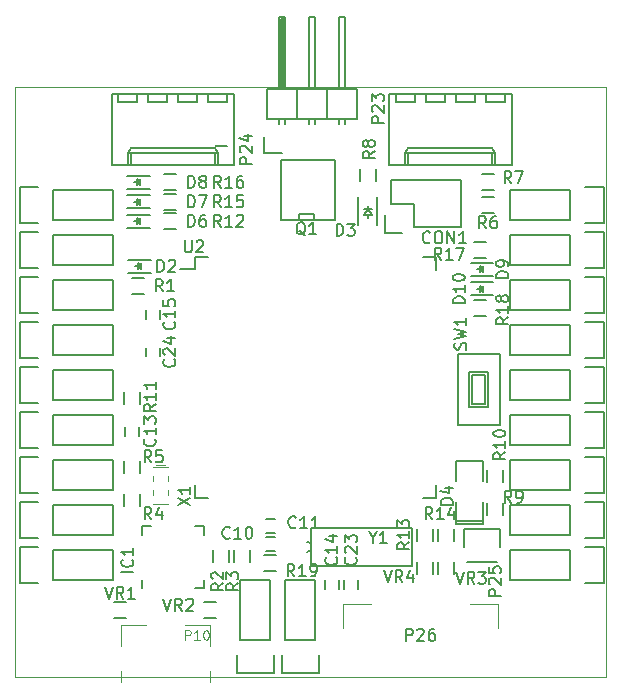
<source format=gto>
G04 #@! TF.FileFunction,Legend,Top*
%FSLAX46Y46*%
G04 Gerber Fmt 4.6, Leading zero omitted, Abs format (unit mm)*
G04 Created by KiCad (PCBNEW 4.0.2-stable) date 22/09/2016 0:52:13*
%MOMM*%
G01*
G04 APERTURE LIST*
%ADD10C,0.100000*%
%ADD11C,0.150000*%
%ADD12C,0.080000*%
%ADD13R,0.800000X0.750000*%
%ADD14R,0.750000X0.800000*%
%ADD15R,1.350000X1.350000*%
%ADD16C,1.350000*%
%ADD17R,0.797560X0.797560*%
%ADD18R,0.450000X0.590000*%
%ADD19R,2.032000X1.524000*%
%ADD20O,0.300000X0.850000*%
%ADD21O,0.850000X0.300000*%
%ADD22R,1.675000X1.675000*%
%ADD23R,1.727200X2.032000*%
%ADD24O,1.727200X2.032000*%
%ADD25R,0.400000X1.400000*%
%ADD26R,1.800000X1.900000*%
%ADD27R,2.300000X1.900000*%
%ADD28R,2.032000X1.727200*%
%ADD29O,2.032000X1.727200*%
%ADD30R,2.000000X2.600000*%
%ADD31O,2.000000X2.600000*%
%ADD32R,2.235200X2.235200*%
%ADD33R,1.120000X2.880000*%
%ADD34C,3.000000*%
%ADD35R,1.143000X0.508000*%
%ADD36R,0.500000X0.900000*%
%ADD37R,0.900000X0.500000*%
%ADD38R,1.600000X2.180000*%
%ADD39R,1.550000X0.300000*%
%ADD40R,0.300000X1.550000*%
%ADD41R,2.000000X0.600000*%
%ADD42C,1.000760*%
%ADD43C,3.200000*%
G04 APERTURE END LIST*
D10*
X0Y50000000D02*
X0Y0D01*
X50000000Y50000000D02*
X0Y50000000D01*
X50000000Y0D02*
X50000000Y50000000D01*
X0Y0D02*
X50000000Y0D01*
D11*
X21940000Y10703000D02*
X21240000Y10703000D01*
X21240000Y11903000D02*
X21940000Y11903000D01*
X21940000Y12227000D02*
X21240000Y12227000D01*
X21240000Y13427000D02*
X21940000Y13427000D01*
X10506000Y21178000D02*
X10506000Y20478000D01*
X9306000Y20478000D02*
X9306000Y21178000D01*
X27397000Y8224000D02*
X27397000Y7524000D01*
X26197000Y7524000D02*
X26197000Y8224000D01*
X11084000Y30384000D02*
X11084000Y31084000D01*
X12284000Y31084000D02*
X12284000Y30384000D01*
X29048000Y8224000D02*
X29048000Y7524000D01*
X27848000Y7524000D02*
X27848000Y8224000D01*
X12284000Y27909000D02*
X12284000Y27209000D01*
X11084000Y27209000D02*
X11084000Y27909000D01*
X33766000Y38116000D02*
X33766000Y40116000D01*
X33766000Y40116000D02*
X31766000Y40116000D01*
X31766000Y40116000D02*
X31766000Y42116000D01*
X31766000Y42116000D02*
X33766000Y42116000D01*
X33766000Y42116000D02*
X37766000Y42116000D01*
X37766000Y42116000D02*
X37766000Y38116000D01*
X37766000Y38116000D02*
X33766000Y38116000D01*
X32766000Y37616000D02*
X31266000Y37616000D01*
X31266000Y37616000D02*
X31266000Y39116000D01*
X11450500Y35348000D02*
X9550500Y35348000D01*
X11450500Y34248000D02*
X9550500Y34248000D01*
X10550500Y34798000D02*
X10100500Y34798000D01*
X10600500Y34548000D02*
X10600500Y35048000D01*
X10600500Y34798000D02*
X10350500Y34548000D01*
X10350500Y34548000D02*
X10350500Y35048000D01*
X10350500Y35048000D02*
X10600500Y34798000D01*
X29845000Y39120000D02*
X29845000Y38870000D01*
X29845000Y39620000D02*
X29845000Y39870000D01*
X29845000Y39620000D02*
X30195000Y39120000D01*
X30195000Y39120000D02*
X29495000Y39120000D01*
X29495000Y39120000D02*
X29845000Y39620000D01*
X30195000Y39620000D02*
X29495000Y39620000D01*
X29045000Y40670000D02*
X29045000Y38270000D01*
X30645000Y40670000D02*
X30645000Y38270000D01*
X37338000Y13208000D02*
X37338000Y12954000D01*
X37338000Y12954000D02*
X39624000Y12954000D01*
X39624000Y12954000D02*
X39624000Y13208000D01*
X37338000Y13208000D02*
X39624000Y13208000D01*
X39624000Y13208000D02*
X39624000Y14859000D01*
X37338000Y16637000D02*
X37338000Y18288000D01*
X37338000Y18288000D02*
X39624000Y18288000D01*
X39624000Y18288000D02*
X39624000Y16637000D01*
X37338000Y14859000D02*
X37338000Y13208000D01*
X11387000Y39158000D02*
X9487000Y39158000D01*
X11387000Y38058000D02*
X9487000Y38058000D01*
X10487000Y38608000D02*
X10037000Y38608000D01*
X10537000Y38358000D02*
X10537000Y38858000D01*
X10537000Y38608000D02*
X10287000Y38358000D01*
X10287000Y38358000D02*
X10287000Y38858000D01*
X10287000Y38858000D02*
X10537000Y38608000D01*
X11387000Y40809000D02*
X9487000Y40809000D01*
X11387000Y39709000D02*
X9487000Y39709000D01*
X10487000Y40259000D02*
X10037000Y40259000D01*
X10537000Y40009000D02*
X10537000Y40509000D01*
X10537000Y40259000D02*
X10287000Y40009000D01*
X10287000Y40009000D02*
X10287000Y40509000D01*
X10287000Y40509000D02*
X10537000Y40259000D01*
X11387000Y42460000D02*
X9487000Y42460000D01*
X11387000Y41360000D02*
X9487000Y41360000D01*
X10487000Y41910000D02*
X10037000Y41910000D01*
X10537000Y41660000D02*
X10537000Y42160000D01*
X10537000Y41910000D02*
X10287000Y41660000D01*
X10287000Y41660000D02*
X10287000Y42160000D01*
X10287000Y42160000D02*
X10537000Y41910000D01*
X40470000Y35094000D02*
X38570000Y35094000D01*
X40470000Y33994000D02*
X38570000Y33994000D01*
X39570000Y34544000D02*
X39120000Y34544000D01*
X39620000Y34294000D02*
X39620000Y34794000D01*
X39620000Y34544000D02*
X39370000Y34294000D01*
X39370000Y34294000D02*
X39370000Y34794000D01*
X39370000Y34794000D02*
X39620000Y34544000D01*
X40470000Y33443000D02*
X38570000Y33443000D01*
X40470000Y32343000D02*
X38570000Y32343000D01*
X39570000Y32893000D02*
X39120000Y32893000D01*
X39620000Y32643000D02*
X39620000Y33143000D01*
X39620000Y32893000D02*
X39370000Y32643000D01*
X39370000Y32643000D02*
X39370000Y33143000D01*
X39370000Y33143000D02*
X39620000Y32893000D01*
X10710000Y12785000D02*
X11460000Y12785000D01*
X15960000Y7535000D02*
X15210000Y7535000D01*
X15960000Y12785000D02*
X15210000Y12785000D01*
X10710000Y7535000D02*
X10710000Y8285000D01*
X15960000Y7535000D02*
X15960000Y8285000D01*
X15960000Y12785000D02*
X15960000Y12035000D01*
X10710000Y12785000D02*
X10710000Y12035000D01*
X21056000Y44420000D02*
X22606000Y44420000D01*
X21056000Y45720000D02*
X21056000Y44420000D01*
X22479000Y49911000D02*
X22479000Y55753000D01*
X22479000Y55753000D02*
X22733000Y55753000D01*
X22733000Y55753000D02*
X22733000Y49911000D01*
X22733000Y49911000D02*
X22606000Y49911000D01*
X22606000Y49911000D02*
X22606000Y55753000D01*
X22352000Y47244000D02*
X22352000Y46863000D01*
X22860000Y47244000D02*
X22860000Y46863000D01*
X24892000Y47244000D02*
X24892000Y46863000D01*
X25400000Y47244000D02*
X25400000Y46863000D01*
X27432000Y47244000D02*
X27432000Y46863000D01*
X27940000Y47244000D02*
X27940000Y46863000D01*
X23876000Y49784000D02*
X21336000Y49784000D01*
X22860000Y55880000D02*
X22860000Y49784000D01*
X22352000Y55880000D02*
X22860000Y55880000D01*
X22352000Y49784000D02*
X22352000Y55880000D01*
X23876000Y47244000D02*
X23876000Y49784000D01*
X21336000Y47244000D02*
X23876000Y47244000D01*
X21336000Y47244000D02*
X21336000Y49784000D01*
X26416000Y47244000D02*
X26416000Y49784000D01*
X26416000Y47244000D02*
X28956000Y47244000D01*
X27432000Y49784000D02*
X27432000Y55880000D01*
X27432000Y55880000D02*
X27940000Y55880000D01*
X27940000Y55880000D02*
X27940000Y49784000D01*
X28956000Y49784000D02*
X26416000Y49784000D01*
X26416000Y49784000D02*
X23876000Y49784000D01*
X25400000Y55880000D02*
X25400000Y49784000D01*
X24892000Y55880000D02*
X25400000Y55880000D01*
X24892000Y49784000D02*
X24892000Y55880000D01*
X26416000Y47244000D02*
X26416000Y49784000D01*
X23876000Y47244000D02*
X26416000Y47244000D01*
X23876000Y47244000D02*
X23876000Y49784000D01*
X28956000Y47244000D02*
X28956000Y49784000D01*
X3175000Y38735000D02*
X8255000Y38735000D01*
X8255000Y38735000D02*
X8255000Y41275000D01*
X8255000Y41275000D02*
X3175000Y41275000D01*
X355000Y41555000D02*
X1905000Y41555000D01*
X3175000Y41275000D02*
X3175000Y38735000D01*
X1905000Y38455000D02*
X355000Y38455000D01*
X355000Y38455000D02*
X355000Y41555000D01*
X3175000Y34925000D02*
X8255000Y34925000D01*
X8255000Y34925000D02*
X8255000Y37465000D01*
X8255000Y37465000D02*
X3175000Y37465000D01*
X355000Y37745000D02*
X1905000Y37745000D01*
X3175000Y37465000D02*
X3175000Y34925000D01*
X1905000Y34645000D02*
X355000Y34645000D01*
X355000Y34645000D02*
X355000Y37745000D01*
X3175000Y31115000D02*
X8255000Y31115000D01*
X8255000Y31115000D02*
X8255000Y33655000D01*
X8255000Y33655000D02*
X3175000Y33655000D01*
X355000Y33935000D02*
X1905000Y33935000D01*
X3175000Y33655000D02*
X3175000Y31115000D01*
X1905000Y30835000D02*
X355000Y30835000D01*
X355000Y30835000D02*
X355000Y33935000D01*
X3175000Y27305000D02*
X8255000Y27305000D01*
X8255000Y27305000D02*
X8255000Y29845000D01*
X8255000Y29845000D02*
X3175000Y29845000D01*
X355000Y30125000D02*
X1905000Y30125000D01*
X3175000Y29845000D02*
X3175000Y27305000D01*
X1905000Y27025000D02*
X355000Y27025000D01*
X355000Y27025000D02*
X355000Y30125000D01*
X3175000Y23495000D02*
X8255000Y23495000D01*
X8255000Y23495000D02*
X8255000Y26035000D01*
X8255000Y26035000D02*
X3175000Y26035000D01*
X355000Y26315000D02*
X1905000Y26315000D01*
X3175000Y26035000D02*
X3175000Y23495000D01*
X1905000Y23215000D02*
X355000Y23215000D01*
X355000Y23215000D02*
X355000Y26315000D01*
X3175000Y19685000D02*
X8255000Y19685000D01*
X8255000Y19685000D02*
X8255000Y22225000D01*
X8255000Y22225000D02*
X3175000Y22225000D01*
X355000Y22505000D02*
X1905000Y22505000D01*
X3175000Y22225000D02*
X3175000Y19685000D01*
X1905000Y19405000D02*
X355000Y19405000D01*
X355000Y19405000D02*
X355000Y22505000D01*
X3175000Y15875000D02*
X8255000Y15875000D01*
X8255000Y15875000D02*
X8255000Y18415000D01*
X8255000Y18415000D02*
X3175000Y18415000D01*
X355000Y18695000D02*
X1905000Y18695000D01*
X3175000Y18415000D02*
X3175000Y15875000D01*
X1905000Y15595000D02*
X355000Y15595000D01*
X355000Y15595000D02*
X355000Y18695000D01*
X3175000Y12065000D02*
X8255000Y12065000D01*
X8255000Y12065000D02*
X8255000Y14605000D01*
X8255000Y14605000D02*
X3175000Y14605000D01*
X355000Y14885000D02*
X1905000Y14885000D01*
X3175000Y14605000D02*
X3175000Y12065000D01*
X1905000Y11785000D02*
X355000Y11785000D01*
X355000Y11785000D02*
X355000Y14885000D01*
D12*
X16446500Y508000D02*
X16446500Y-381000D01*
X8953500Y508000D02*
X8953500Y-381000D01*
X8953500Y4445000D02*
X8953500Y2667000D01*
X8953500Y4445000D02*
X11049000Y4445000D01*
X16446500Y4445000D02*
X16446500Y2667000D01*
X16446500Y4445000D02*
X14351000Y4445000D01*
D11*
X3175000Y8255000D02*
X8255000Y8255000D01*
X8255000Y8255000D02*
X8255000Y10795000D01*
X8255000Y10795000D02*
X3175000Y10795000D01*
X355000Y11075000D02*
X1905000Y11075000D01*
X3175000Y10795000D02*
X3175000Y8255000D01*
X1905000Y7975000D02*
X355000Y7975000D01*
X355000Y7975000D02*
X355000Y11075000D01*
X21590000Y3175000D02*
X21590000Y8255000D01*
X21590000Y8255000D02*
X19050000Y8255000D01*
X19050000Y8255000D02*
X19050000Y3175000D01*
X18770000Y355000D02*
X18770000Y1905000D01*
X19050000Y3175000D02*
X21590000Y3175000D01*
X21870000Y1905000D02*
X21870000Y355000D01*
X21870000Y355000D02*
X18770000Y355000D01*
X25400000Y3175000D02*
X25400000Y8255000D01*
X25400000Y8255000D02*
X22860000Y8255000D01*
X22860000Y8255000D02*
X22860000Y3175000D01*
X22580000Y355000D02*
X22580000Y1905000D01*
X22860000Y3175000D02*
X25400000Y3175000D01*
X25680000Y1905000D02*
X25680000Y355000D01*
X25680000Y355000D02*
X22580000Y355000D01*
X46990000Y10795000D02*
X41910000Y10795000D01*
X41910000Y10795000D02*
X41910000Y8255000D01*
X41910000Y8255000D02*
X46990000Y8255000D01*
X49810000Y7975000D02*
X48260000Y7975000D01*
X46990000Y8255000D02*
X46990000Y10795000D01*
X48260000Y11075000D02*
X49810000Y11075000D01*
X49810000Y11075000D02*
X49810000Y7975000D01*
X46990000Y14605000D02*
X41910000Y14605000D01*
X41910000Y14605000D02*
X41910000Y12065000D01*
X41910000Y12065000D02*
X46990000Y12065000D01*
X49810000Y11785000D02*
X48260000Y11785000D01*
X46990000Y12065000D02*
X46990000Y14605000D01*
X48260000Y14885000D02*
X49810000Y14885000D01*
X49810000Y14885000D02*
X49810000Y11785000D01*
X46990000Y18415000D02*
X41910000Y18415000D01*
X41910000Y18415000D02*
X41910000Y15875000D01*
X41910000Y15875000D02*
X46990000Y15875000D01*
X49810000Y15595000D02*
X48260000Y15595000D01*
X46990000Y15875000D02*
X46990000Y18415000D01*
X48260000Y18695000D02*
X49810000Y18695000D01*
X49810000Y18695000D02*
X49810000Y15595000D01*
X46990000Y22225000D02*
X41910000Y22225000D01*
X41910000Y22225000D02*
X41910000Y19685000D01*
X41910000Y19685000D02*
X46990000Y19685000D01*
X49810000Y19405000D02*
X48260000Y19405000D01*
X46990000Y19685000D02*
X46990000Y22225000D01*
X48260000Y22505000D02*
X49810000Y22505000D01*
X49810000Y22505000D02*
X49810000Y19405000D01*
X46990000Y26035000D02*
X41910000Y26035000D01*
X41910000Y26035000D02*
X41910000Y23495000D01*
X41910000Y23495000D02*
X46990000Y23495000D01*
X49810000Y23215000D02*
X48260000Y23215000D01*
X46990000Y23495000D02*
X46990000Y26035000D01*
X48260000Y26315000D02*
X49810000Y26315000D01*
X49810000Y26315000D02*
X49810000Y23215000D01*
X46990000Y29845000D02*
X41910000Y29845000D01*
X41910000Y29845000D02*
X41910000Y27305000D01*
X41910000Y27305000D02*
X46990000Y27305000D01*
X49810000Y27025000D02*
X48260000Y27025000D01*
X46990000Y27305000D02*
X46990000Y29845000D01*
X48260000Y30125000D02*
X49810000Y30125000D01*
X49810000Y30125000D02*
X49810000Y27025000D01*
X46990000Y33655000D02*
X41910000Y33655000D01*
X41910000Y33655000D02*
X41910000Y31115000D01*
X41910000Y31115000D02*
X46990000Y31115000D01*
X49810000Y30835000D02*
X48260000Y30835000D01*
X46990000Y31115000D02*
X46990000Y33655000D01*
X48260000Y33935000D02*
X49810000Y33935000D01*
X49810000Y33935000D02*
X49810000Y30835000D01*
X46990000Y37465000D02*
X41910000Y37465000D01*
X41910000Y37465000D02*
X41910000Y34925000D01*
X41910000Y34925000D02*
X46990000Y34925000D01*
X49810000Y34645000D02*
X48260000Y34645000D01*
X46990000Y34925000D02*
X46990000Y37465000D01*
X48260000Y37745000D02*
X49810000Y37745000D01*
X49810000Y37745000D02*
X49810000Y34645000D01*
X46990000Y41275000D02*
X41910000Y41275000D01*
X41910000Y41275000D02*
X41910000Y38735000D01*
X41910000Y38735000D02*
X46990000Y38735000D01*
X49810000Y38455000D02*
X48260000Y38455000D01*
X46990000Y38735000D02*
X46990000Y41275000D01*
X48260000Y41555000D02*
X49810000Y41555000D01*
X49810000Y41555000D02*
X49810000Y38455000D01*
X31650000Y49375000D02*
X31650000Y43375000D01*
X31650000Y43375000D02*
X42010000Y43375000D01*
X42010000Y43375000D02*
X42010000Y49375000D01*
X42010000Y49375000D02*
X31650000Y49375000D01*
X33020000Y43375000D02*
X33020000Y44375000D01*
X33020000Y44375000D02*
X40640000Y44375000D01*
X40640000Y44375000D02*
X40640000Y43375000D01*
X33020000Y44375000D02*
X33270000Y44805000D01*
X33270000Y44805000D02*
X40390000Y44805000D01*
X40390000Y44805000D02*
X40640000Y44375000D01*
X33270000Y43375000D02*
X33270000Y44375000D01*
X40390000Y43375000D02*
X40390000Y44375000D01*
X32220000Y49375000D02*
X32220000Y48755000D01*
X32220000Y48755000D02*
X33820000Y48755000D01*
X33820000Y48755000D02*
X33820000Y49375000D01*
X34760000Y49375000D02*
X34760000Y48755000D01*
X34760000Y48755000D02*
X36360000Y48755000D01*
X36360000Y48755000D02*
X36360000Y49375000D01*
X37300000Y49375000D02*
X37300000Y48755000D01*
X37300000Y48755000D02*
X38900000Y48755000D01*
X38900000Y48755000D02*
X38900000Y49375000D01*
X39840000Y49375000D02*
X39840000Y48755000D01*
X39840000Y48755000D02*
X41440000Y48755000D01*
X41440000Y48755000D02*
X41440000Y49375000D01*
X8155000Y49375000D02*
X8155000Y43375000D01*
X8155000Y43375000D02*
X18515000Y43375000D01*
X18515000Y43375000D02*
X18515000Y49375000D01*
X18515000Y49375000D02*
X8155000Y49375000D01*
X9525000Y43375000D02*
X9525000Y44375000D01*
X9525000Y44375000D02*
X17145000Y44375000D01*
X17145000Y44375000D02*
X17145000Y43375000D01*
X9525000Y44375000D02*
X9775000Y44805000D01*
X9775000Y44805000D02*
X16895000Y44805000D01*
X16895000Y44805000D02*
X17145000Y44375000D01*
X9775000Y43375000D02*
X9775000Y44375000D01*
X16895000Y43375000D02*
X16895000Y44375000D01*
X8725000Y49375000D02*
X8725000Y48755000D01*
X8725000Y48755000D02*
X10325000Y48755000D01*
X10325000Y48755000D02*
X10325000Y49375000D01*
X11265000Y49375000D02*
X11265000Y48755000D01*
X11265000Y48755000D02*
X12865000Y48755000D01*
X12865000Y48755000D02*
X12865000Y49375000D01*
X13805000Y49375000D02*
X13805000Y48755000D01*
X13805000Y48755000D02*
X15405000Y48755000D01*
X15405000Y48755000D02*
X15405000Y49375000D01*
X16345000Y49375000D02*
X16345000Y48755000D01*
X16345000Y48755000D02*
X17945000Y48755000D01*
X17945000Y48755000D02*
X17945000Y49375000D01*
X41047000Y12599000D02*
X41047000Y11049000D01*
X37947000Y11049000D02*
X37947000Y12599000D01*
X37947000Y12599000D02*
X41047000Y12599000D01*
X38227000Y9779000D02*
X40767000Y9779000D01*
D12*
X40830500Y6223000D02*
X40830500Y4191000D01*
X30099000Y6223000D02*
X27749500Y6223000D01*
X27749500Y6223000D02*
X27749500Y4191000D01*
X40830500Y6223000D02*
X38481000Y6223000D01*
D11*
X22479000Y38735000D02*
X22479000Y43815000D01*
X22479000Y43815000D02*
X27051000Y43815000D01*
X27051000Y43815000D02*
X27051000Y38735000D01*
X27051000Y38735000D02*
X22479000Y38735000D01*
X24003000Y38735000D02*
X24003000Y39243000D01*
X24003000Y39243000D02*
X25273000Y39243000D01*
X25273000Y39243000D02*
X25273000Y38735000D01*
X9850500Y33822000D02*
X10850500Y33822000D01*
X10850500Y32472000D02*
X9850500Y32472000D01*
X18074000Y10787000D02*
X18074000Y9787000D01*
X16724000Y9787000D02*
X16724000Y10787000D01*
X19852000Y10787000D02*
X19852000Y9787000D01*
X18502000Y9787000D02*
X18502000Y10787000D01*
X9231000Y14486000D02*
X9231000Y15486000D01*
X10581000Y15486000D02*
X10581000Y14486000D01*
X9231000Y17280000D02*
X9231000Y18280000D01*
X10581000Y18280000D02*
X10581000Y17280000D01*
X40505000Y39330000D02*
X39505000Y39330000D01*
X39505000Y40680000D02*
X40505000Y40680000D01*
X40505000Y41235000D02*
X39505000Y41235000D01*
X39505000Y42585000D02*
X40505000Y42585000D01*
X30520000Y43045000D02*
X30520000Y42045000D01*
X29170000Y42045000D02*
X29170000Y43045000D01*
X41315000Y14724000D02*
X41315000Y13724000D01*
X39965000Y13724000D02*
X39965000Y14724000D01*
X41315000Y17518000D02*
X41315000Y16518000D01*
X39965000Y16518000D02*
X39965000Y17518000D01*
X10581000Y24122000D02*
X10581000Y23122000D01*
X9231000Y23122000D02*
X9231000Y24122000D01*
X13581000Y37933000D02*
X12581000Y37933000D01*
X12581000Y39283000D02*
X13581000Y39283000D01*
X35346000Y12565000D02*
X35346000Y11565000D01*
X33996000Y11565000D02*
X33996000Y12565000D01*
X37124000Y12565000D02*
X37124000Y11565000D01*
X35774000Y11565000D02*
X35774000Y12565000D01*
X13581000Y39584000D02*
X12581000Y39584000D01*
X12581000Y40934000D02*
X13581000Y40934000D01*
X13581000Y41235000D02*
X12581000Y41235000D01*
X12581000Y42585000D02*
X13581000Y42585000D01*
X38870000Y36870000D02*
X39870000Y36870000D01*
X39870000Y35520000D02*
X38870000Y35520000D01*
X38870000Y31917000D02*
X39870000Y31917000D01*
X39870000Y30567000D02*
X38870000Y30567000D01*
X22090000Y8977000D02*
X21090000Y8977000D01*
X21090000Y10327000D02*
X22090000Y10327000D01*
X39793220Y25623890D02*
X39793220Y23123890D01*
X39793220Y23123890D02*
X38693220Y23123890D01*
X38693220Y23123890D02*
X38693220Y25623890D01*
X38693220Y25623890D02*
X39793220Y25623890D01*
X38443220Y25873890D02*
X38443220Y22873890D01*
X40043220Y25873890D02*
X40043220Y22873890D01*
X40043220Y22873890D02*
X38443220Y22873890D01*
X40043220Y25873890D02*
X38443220Y25873890D01*
X37493220Y27373890D02*
X37493220Y21373890D01*
X40993220Y27373890D02*
X40993220Y21373890D01*
X40993220Y27373890D02*
X37493220Y27373890D01*
X40993220Y21373890D02*
X37493220Y21373890D01*
X15225000Y35575000D02*
X15225000Y34600000D01*
X35575000Y35575000D02*
X35575000Y34525000D01*
X35575000Y15225000D02*
X35575000Y16275000D01*
X15225000Y15225000D02*
X15225000Y16275000D01*
X15225000Y35575000D02*
X16275000Y35575000D01*
X15225000Y15225000D02*
X16275000Y15225000D01*
X35575000Y15225000D02*
X34525000Y15225000D01*
X35575000Y35575000D02*
X34525000Y35575000D01*
X15225000Y34600000D02*
X13925000Y34600000D01*
X8390000Y6390000D02*
X9390000Y6390000D01*
X9390000Y5040000D02*
X8390000Y5040000D01*
X17010000Y5040000D02*
X16010000Y5040000D01*
X16010000Y6390000D02*
X17010000Y6390000D01*
X37124000Y9771000D02*
X37124000Y8771000D01*
X35774000Y8771000D02*
X35774000Y9771000D01*
X35346000Y9771000D02*
X35346000Y8771000D01*
X33996000Y8771000D02*
X33996000Y9771000D01*
D12*
X12700000Y17970500D02*
X11938000Y17970500D01*
X12954000Y17843500D02*
X11684000Y17843500D01*
X12954000Y14668500D02*
X11684000Y14668500D01*
X12954000Y15875000D02*
X12954000Y15430500D01*
X11684000Y17081500D02*
X11684000Y16637000D01*
X11684000Y15875000D02*
X11684000Y15430500D01*
X12954000Y17081500D02*
X12954000Y16637000D01*
D11*
X24998680Y9448800D02*
X33599120Y9448800D01*
X33599120Y9448800D02*
X33599120Y12649200D01*
X33599120Y12649200D02*
X24998680Y12649200D01*
X24998680Y11899900D02*
X24998680Y12649200D01*
X24998680Y10149840D02*
X24998680Y9448800D01*
X24998680Y11348720D02*
X24698960Y11447780D01*
X24998680Y10749280D02*
X24698960Y10650220D01*
X24998680Y10149840D02*
X24998680Y11948160D01*
X18153143Y11834857D02*
X18105524Y11787238D01*
X17962667Y11739619D01*
X17867429Y11739619D01*
X17724571Y11787238D01*
X17629333Y11882476D01*
X17581714Y11977714D01*
X17534095Y12168190D01*
X17534095Y12311048D01*
X17581714Y12501524D01*
X17629333Y12596762D01*
X17724571Y12692000D01*
X17867429Y12739619D01*
X17962667Y12739619D01*
X18105524Y12692000D01*
X18153143Y12644381D01*
X19105524Y11739619D02*
X18534095Y11739619D01*
X18819809Y11739619D02*
X18819809Y12739619D01*
X18724571Y12596762D01*
X18629333Y12501524D01*
X18534095Y12453905D01*
X19724571Y12739619D02*
X19819810Y12739619D01*
X19915048Y12692000D01*
X19962667Y12644381D01*
X20010286Y12549143D01*
X20057905Y12358667D01*
X20057905Y12120571D01*
X20010286Y11930095D01*
X19962667Y11834857D01*
X19915048Y11787238D01*
X19819810Y11739619D01*
X19724571Y11739619D01*
X19629333Y11787238D01*
X19581714Y11834857D01*
X19534095Y11930095D01*
X19486476Y12120571D01*
X19486476Y12358667D01*
X19534095Y12549143D01*
X19581714Y12644381D01*
X19629333Y12692000D01*
X19724571Y12739619D01*
X23741143Y12723857D02*
X23693524Y12676238D01*
X23550667Y12628619D01*
X23455429Y12628619D01*
X23312571Y12676238D01*
X23217333Y12771476D01*
X23169714Y12866714D01*
X23122095Y13057190D01*
X23122095Y13200048D01*
X23169714Y13390524D01*
X23217333Y13485762D01*
X23312571Y13581000D01*
X23455429Y13628619D01*
X23550667Y13628619D01*
X23693524Y13581000D01*
X23741143Y13533381D01*
X24693524Y12628619D02*
X24122095Y12628619D01*
X24407809Y12628619D02*
X24407809Y13628619D01*
X24312571Y13485762D01*
X24217333Y13390524D01*
X24122095Y13342905D01*
X25645905Y12628619D02*
X25074476Y12628619D01*
X25360190Y12628619D02*
X25360190Y13628619D01*
X25264952Y13485762D01*
X25169714Y13390524D01*
X25074476Y13342905D01*
X11787143Y20185143D02*
X11834762Y20137524D01*
X11882381Y19994667D01*
X11882381Y19899429D01*
X11834762Y19756571D01*
X11739524Y19661333D01*
X11644286Y19613714D01*
X11453810Y19566095D01*
X11310952Y19566095D01*
X11120476Y19613714D01*
X11025238Y19661333D01*
X10930000Y19756571D01*
X10882381Y19899429D01*
X10882381Y19994667D01*
X10930000Y20137524D01*
X10977619Y20185143D01*
X11882381Y21137524D02*
X11882381Y20566095D01*
X11882381Y20851809D02*
X10882381Y20851809D01*
X11025238Y20756571D01*
X11120476Y20661333D01*
X11168095Y20566095D01*
X10882381Y21470857D02*
X10882381Y22089905D01*
X11263333Y21756571D01*
X11263333Y21899429D01*
X11310952Y21994667D01*
X11358571Y22042286D01*
X11453810Y22089905D01*
X11691905Y22089905D01*
X11787143Y22042286D01*
X11834762Y21994667D01*
X11882381Y21899429D01*
X11882381Y21613714D01*
X11834762Y21518476D01*
X11787143Y21470857D01*
X27154143Y10152143D02*
X27201762Y10104524D01*
X27249381Y9961667D01*
X27249381Y9866429D01*
X27201762Y9723571D01*
X27106524Y9628333D01*
X27011286Y9580714D01*
X26820810Y9533095D01*
X26677952Y9533095D01*
X26487476Y9580714D01*
X26392238Y9628333D01*
X26297000Y9723571D01*
X26249381Y9866429D01*
X26249381Y9961667D01*
X26297000Y10104524D01*
X26344619Y10152143D01*
X27249381Y11104524D02*
X27249381Y10533095D01*
X27249381Y10818809D02*
X26249381Y10818809D01*
X26392238Y10723571D01*
X26487476Y10628333D01*
X26535095Y10533095D01*
X26582714Y11961667D02*
X27249381Y11961667D01*
X26201762Y11723571D02*
X26916048Y11485476D01*
X26916048Y12104524D01*
X13438143Y30091143D02*
X13485762Y30043524D01*
X13533381Y29900667D01*
X13533381Y29805429D01*
X13485762Y29662571D01*
X13390524Y29567333D01*
X13295286Y29519714D01*
X13104810Y29472095D01*
X12961952Y29472095D01*
X12771476Y29519714D01*
X12676238Y29567333D01*
X12581000Y29662571D01*
X12533381Y29805429D01*
X12533381Y29900667D01*
X12581000Y30043524D01*
X12628619Y30091143D01*
X13533381Y31043524D02*
X13533381Y30472095D01*
X13533381Y30757809D02*
X12533381Y30757809D01*
X12676238Y30662571D01*
X12771476Y30567333D01*
X12819095Y30472095D01*
X12533381Y31948286D02*
X12533381Y31472095D01*
X13009571Y31424476D01*
X12961952Y31472095D01*
X12914333Y31567333D01*
X12914333Y31805429D01*
X12961952Y31900667D01*
X13009571Y31948286D01*
X13104810Y31995905D01*
X13342905Y31995905D01*
X13438143Y31948286D01*
X13485762Y31900667D01*
X13533381Y31805429D01*
X13533381Y31567333D01*
X13485762Y31472095D01*
X13438143Y31424476D01*
X28805143Y10152143D02*
X28852762Y10104524D01*
X28900381Y9961667D01*
X28900381Y9866429D01*
X28852762Y9723571D01*
X28757524Y9628333D01*
X28662286Y9580714D01*
X28471810Y9533095D01*
X28328952Y9533095D01*
X28138476Y9580714D01*
X28043238Y9628333D01*
X27948000Y9723571D01*
X27900381Y9866429D01*
X27900381Y9961667D01*
X27948000Y10104524D01*
X27995619Y10152143D01*
X27995619Y10533095D02*
X27948000Y10580714D01*
X27900381Y10675952D01*
X27900381Y10914048D01*
X27948000Y11009286D01*
X27995619Y11056905D01*
X28090857Y11104524D01*
X28186095Y11104524D01*
X28328952Y11056905D01*
X28900381Y10485476D01*
X28900381Y11104524D01*
X27900381Y11437857D02*
X27900381Y12056905D01*
X28281333Y11723571D01*
X28281333Y11866429D01*
X28328952Y11961667D01*
X28376571Y12009286D01*
X28471810Y12056905D01*
X28709905Y12056905D01*
X28805143Y12009286D01*
X28852762Y11961667D01*
X28900381Y11866429D01*
X28900381Y11580714D01*
X28852762Y11485476D01*
X28805143Y11437857D01*
X13438143Y26916143D02*
X13485762Y26868524D01*
X13533381Y26725667D01*
X13533381Y26630429D01*
X13485762Y26487571D01*
X13390524Y26392333D01*
X13295286Y26344714D01*
X13104810Y26297095D01*
X12961952Y26297095D01*
X12771476Y26344714D01*
X12676238Y26392333D01*
X12581000Y26487571D01*
X12533381Y26630429D01*
X12533381Y26725667D01*
X12581000Y26868524D01*
X12628619Y26916143D01*
X12628619Y27297095D02*
X12581000Y27344714D01*
X12533381Y27439952D01*
X12533381Y27678048D01*
X12581000Y27773286D01*
X12628619Y27820905D01*
X12723857Y27868524D01*
X12819095Y27868524D01*
X12961952Y27820905D01*
X13533381Y27249476D01*
X13533381Y27868524D01*
X12866714Y28725667D02*
X13533381Y28725667D01*
X12485762Y28487571D02*
X13200048Y28249476D01*
X13200048Y28868524D01*
X35107715Y36853857D02*
X35060096Y36806238D01*
X34917239Y36758619D01*
X34822001Y36758619D01*
X34679143Y36806238D01*
X34583905Y36901476D01*
X34536286Y36996714D01*
X34488667Y37187190D01*
X34488667Y37330048D01*
X34536286Y37520524D01*
X34583905Y37615762D01*
X34679143Y37711000D01*
X34822001Y37758619D01*
X34917239Y37758619D01*
X35060096Y37711000D01*
X35107715Y37663381D01*
X35726762Y37758619D02*
X35917239Y37758619D01*
X36012477Y37711000D01*
X36107715Y37615762D01*
X36155334Y37425286D01*
X36155334Y37091952D01*
X36107715Y36901476D01*
X36012477Y36806238D01*
X35917239Y36758619D01*
X35726762Y36758619D01*
X35631524Y36806238D01*
X35536286Y36901476D01*
X35488667Y37091952D01*
X35488667Y37425286D01*
X35536286Y37615762D01*
X35631524Y37711000D01*
X35726762Y37758619D01*
X36583905Y36758619D02*
X36583905Y37758619D01*
X37155334Y36758619D01*
X37155334Y37758619D01*
X38155334Y36758619D02*
X37583905Y36758619D01*
X37869619Y36758619D02*
X37869619Y37758619D01*
X37774381Y37615762D01*
X37679143Y37520524D01*
X37583905Y37472905D01*
X12025405Y34345619D02*
X12025405Y35345619D01*
X12263500Y35345619D01*
X12406358Y35298000D01*
X12501596Y35202762D01*
X12549215Y35107524D01*
X12596834Y34917048D01*
X12596834Y34774190D01*
X12549215Y34583714D01*
X12501596Y34488476D01*
X12406358Y34393238D01*
X12263500Y34345619D01*
X12025405Y34345619D01*
X12977786Y35250381D02*
X13025405Y35298000D01*
X13120643Y35345619D01*
X13358739Y35345619D01*
X13453977Y35298000D01*
X13501596Y35250381D01*
X13549215Y35155143D01*
X13549215Y35059905D01*
X13501596Y34917048D01*
X12930167Y34345619D01*
X13549215Y34345619D01*
X27201905Y37393619D02*
X27201905Y38393619D01*
X27440000Y38393619D01*
X27582858Y38346000D01*
X27678096Y38250762D01*
X27725715Y38155524D01*
X27773334Y37965048D01*
X27773334Y37822190D01*
X27725715Y37631714D01*
X27678096Y37536476D01*
X27582858Y37441238D01*
X27440000Y37393619D01*
X27201905Y37393619D01*
X28106667Y38393619D02*
X28725715Y38393619D01*
X28392381Y38012667D01*
X28535239Y38012667D01*
X28630477Y37965048D01*
X28678096Y37917429D01*
X28725715Y37822190D01*
X28725715Y37584095D01*
X28678096Y37488857D01*
X28630477Y37441238D01*
X28535239Y37393619D01*
X28249524Y37393619D01*
X28154286Y37441238D01*
X28106667Y37488857D01*
X37028381Y14628905D02*
X36028381Y14628905D01*
X36028381Y14867000D01*
X36076000Y15009858D01*
X36171238Y15105096D01*
X36266476Y15152715D01*
X36456952Y15200334D01*
X36599810Y15200334D01*
X36790286Y15152715D01*
X36885524Y15105096D01*
X36980762Y15009858D01*
X37028381Y14867000D01*
X37028381Y14628905D01*
X36361714Y16057477D02*
X37028381Y16057477D01*
X35980762Y15819381D02*
X36695048Y15581286D01*
X36695048Y16200334D01*
X14628905Y38155619D02*
X14628905Y39155619D01*
X14867000Y39155619D01*
X15009858Y39108000D01*
X15105096Y39012762D01*
X15152715Y38917524D01*
X15200334Y38727048D01*
X15200334Y38584190D01*
X15152715Y38393714D01*
X15105096Y38298476D01*
X15009858Y38203238D01*
X14867000Y38155619D01*
X14628905Y38155619D01*
X16057477Y39155619D02*
X15867000Y39155619D01*
X15771762Y39108000D01*
X15724143Y39060381D01*
X15628905Y38917524D01*
X15581286Y38727048D01*
X15581286Y38346095D01*
X15628905Y38250857D01*
X15676524Y38203238D01*
X15771762Y38155619D01*
X15962239Y38155619D01*
X16057477Y38203238D01*
X16105096Y38250857D01*
X16152715Y38346095D01*
X16152715Y38584190D01*
X16105096Y38679429D01*
X16057477Y38727048D01*
X15962239Y38774667D01*
X15771762Y38774667D01*
X15676524Y38727048D01*
X15628905Y38679429D01*
X15581286Y38584190D01*
X14628905Y39806619D02*
X14628905Y40806619D01*
X14867000Y40806619D01*
X15009858Y40759000D01*
X15105096Y40663762D01*
X15152715Y40568524D01*
X15200334Y40378048D01*
X15200334Y40235190D01*
X15152715Y40044714D01*
X15105096Y39949476D01*
X15009858Y39854238D01*
X14867000Y39806619D01*
X14628905Y39806619D01*
X15533667Y40806619D02*
X16200334Y40806619D01*
X15771762Y39806619D01*
X14628905Y41457619D02*
X14628905Y42457619D01*
X14867000Y42457619D01*
X15009858Y42410000D01*
X15105096Y42314762D01*
X15152715Y42219524D01*
X15200334Y42029048D01*
X15200334Y41886190D01*
X15152715Y41695714D01*
X15105096Y41600476D01*
X15009858Y41505238D01*
X14867000Y41457619D01*
X14628905Y41457619D01*
X15771762Y42029048D02*
X15676524Y42076667D01*
X15628905Y42124286D01*
X15581286Y42219524D01*
X15581286Y42267143D01*
X15628905Y42362381D01*
X15676524Y42410000D01*
X15771762Y42457619D01*
X15962239Y42457619D01*
X16057477Y42410000D01*
X16105096Y42362381D01*
X16152715Y42267143D01*
X16152715Y42219524D01*
X16105096Y42124286D01*
X16057477Y42076667D01*
X15962239Y42029048D01*
X15771762Y42029048D01*
X15676524Y41981429D01*
X15628905Y41933810D01*
X15581286Y41838571D01*
X15581286Y41648095D01*
X15628905Y41552857D01*
X15676524Y41505238D01*
X15771762Y41457619D01*
X15962239Y41457619D01*
X16057477Y41505238D01*
X16105096Y41552857D01*
X16152715Y41648095D01*
X16152715Y41838571D01*
X16105096Y41933810D01*
X16057477Y41981429D01*
X15962239Y42029048D01*
X41727381Y33805905D02*
X40727381Y33805905D01*
X40727381Y34044000D01*
X40775000Y34186858D01*
X40870238Y34282096D01*
X40965476Y34329715D01*
X41155952Y34377334D01*
X41298810Y34377334D01*
X41489286Y34329715D01*
X41584524Y34282096D01*
X41679762Y34186858D01*
X41727381Y34044000D01*
X41727381Y33805905D01*
X41727381Y34853524D02*
X41727381Y35044000D01*
X41679762Y35139239D01*
X41632143Y35186858D01*
X41489286Y35282096D01*
X41298810Y35329715D01*
X40917857Y35329715D01*
X40822619Y35282096D01*
X40775000Y35234477D01*
X40727381Y35139239D01*
X40727381Y34948762D01*
X40775000Y34853524D01*
X40822619Y34805905D01*
X40917857Y34758286D01*
X41155952Y34758286D01*
X41251190Y34805905D01*
X41298810Y34853524D01*
X41346429Y34948762D01*
X41346429Y35139239D01*
X41298810Y35234477D01*
X41251190Y35282096D01*
X41155952Y35329715D01*
X38044381Y31678714D02*
X37044381Y31678714D01*
X37044381Y31916809D01*
X37092000Y32059667D01*
X37187238Y32154905D01*
X37282476Y32202524D01*
X37472952Y32250143D01*
X37615810Y32250143D01*
X37806286Y32202524D01*
X37901524Y32154905D01*
X37996762Y32059667D01*
X38044381Y31916809D01*
X38044381Y31678714D01*
X38044381Y33202524D02*
X38044381Y32631095D01*
X38044381Y32916809D02*
X37044381Y32916809D01*
X37187238Y32821571D01*
X37282476Y32726333D01*
X37330095Y32631095D01*
X37044381Y33821571D02*
X37044381Y33916810D01*
X37092000Y34012048D01*
X37139619Y34059667D01*
X37234857Y34107286D01*
X37425333Y34154905D01*
X37663429Y34154905D01*
X37853905Y34107286D01*
X37949143Y34059667D01*
X37996762Y34012048D01*
X38044381Y33916810D01*
X38044381Y33821571D01*
X37996762Y33726333D01*
X37949143Y33678714D01*
X37853905Y33631095D01*
X37663429Y33583476D01*
X37425333Y33583476D01*
X37234857Y33631095D01*
X37139619Y33678714D01*
X37092000Y33726333D01*
X37044381Y33821571D01*
X9977381Y8929810D02*
X8977381Y8929810D01*
X9882143Y9977429D02*
X9929762Y9929810D01*
X9977381Y9786953D01*
X9977381Y9691715D01*
X9929762Y9548857D01*
X9834524Y9453619D01*
X9739286Y9406000D01*
X9548810Y9358381D01*
X9405952Y9358381D01*
X9215476Y9406000D01*
X9120238Y9453619D01*
X9025000Y9548857D01*
X8977381Y9691715D01*
X8977381Y9786953D01*
X9025000Y9929810D01*
X9072619Y9977429D01*
X9977381Y10929810D02*
X9977381Y10358381D01*
X9977381Y10644095D02*
X8977381Y10644095D01*
X9120238Y10548857D01*
X9215476Y10453619D01*
X9263095Y10358381D01*
X17958381Y44981905D02*
X16958381Y44981905D01*
X16958381Y45362858D01*
X17006000Y45458096D01*
X17053619Y45505715D01*
X17148857Y45553334D01*
X17291714Y45553334D01*
X17386952Y45505715D01*
X17434571Y45458096D01*
X17482190Y45362858D01*
X17482190Y44981905D01*
X17958381Y46505715D02*
X17958381Y45934286D01*
X17958381Y46220000D02*
X16958381Y46220000D01*
X17101238Y46124762D01*
X17196476Y46029524D01*
X17244095Y45934286D01*
D10*
X14395571Y3194095D02*
X14395571Y3994095D01*
X14700333Y3994095D01*
X14776524Y3956000D01*
X14814619Y3917905D01*
X14852714Y3841714D01*
X14852714Y3727429D01*
X14814619Y3651238D01*
X14776524Y3613143D01*
X14700333Y3575048D01*
X14395571Y3575048D01*
X15614619Y3194095D02*
X15157476Y3194095D01*
X15386047Y3194095D02*
X15386047Y3994095D01*
X15309857Y3879810D01*
X15233666Y3803619D01*
X15157476Y3765524D01*
X16109857Y3994095D02*
X16186048Y3994095D01*
X16262238Y3956000D01*
X16300333Y3917905D01*
X16338429Y3841714D01*
X16376524Y3689333D01*
X16376524Y3498857D01*
X16338429Y3346476D01*
X16300333Y3270286D01*
X16262238Y3232190D01*
X16186048Y3194095D01*
X16109857Y3194095D01*
X16033667Y3232190D01*
X15995571Y3270286D01*
X15957476Y3346476D01*
X15919381Y3498857D01*
X15919381Y3689333D01*
X15957476Y3841714D01*
X15995571Y3917905D01*
X16033667Y3956000D01*
X16109857Y3994095D01*
D11*
X31186381Y46918714D02*
X30186381Y46918714D01*
X30186381Y47299667D01*
X30234000Y47394905D01*
X30281619Y47442524D01*
X30376857Y47490143D01*
X30519714Y47490143D01*
X30614952Y47442524D01*
X30662571Y47394905D01*
X30710190Y47299667D01*
X30710190Y46918714D01*
X30281619Y47871095D02*
X30234000Y47918714D01*
X30186381Y48013952D01*
X30186381Y48252048D01*
X30234000Y48347286D01*
X30281619Y48394905D01*
X30376857Y48442524D01*
X30472095Y48442524D01*
X30614952Y48394905D01*
X31186381Y47823476D01*
X31186381Y48442524D01*
X30186381Y48775857D02*
X30186381Y49394905D01*
X30567333Y49061571D01*
X30567333Y49204429D01*
X30614952Y49299667D01*
X30662571Y49347286D01*
X30757810Y49394905D01*
X30995905Y49394905D01*
X31091143Y49347286D01*
X31138762Y49299667D01*
X31186381Y49204429D01*
X31186381Y48918714D01*
X31138762Y48823476D01*
X31091143Y48775857D01*
X20010381Y43489714D02*
X19010381Y43489714D01*
X19010381Y43870667D01*
X19058000Y43965905D01*
X19105619Y44013524D01*
X19200857Y44061143D01*
X19343714Y44061143D01*
X19438952Y44013524D01*
X19486571Y43965905D01*
X19534190Y43870667D01*
X19534190Y43489714D01*
X19105619Y44442095D02*
X19058000Y44489714D01*
X19010381Y44584952D01*
X19010381Y44823048D01*
X19058000Y44918286D01*
X19105619Y44965905D01*
X19200857Y45013524D01*
X19296095Y45013524D01*
X19438952Y44965905D01*
X20010381Y44394476D01*
X20010381Y45013524D01*
X19343714Y45870667D02*
X20010381Y45870667D01*
X18962762Y45632571D02*
X19677048Y45394476D01*
X19677048Y46013524D01*
X41092381Y6913714D02*
X40092381Y6913714D01*
X40092381Y7294667D01*
X40140000Y7389905D01*
X40187619Y7437524D01*
X40282857Y7485143D01*
X40425714Y7485143D01*
X40520952Y7437524D01*
X40568571Y7389905D01*
X40616190Y7294667D01*
X40616190Y6913714D01*
X40187619Y7866095D02*
X40140000Y7913714D01*
X40092381Y8008952D01*
X40092381Y8247048D01*
X40140000Y8342286D01*
X40187619Y8389905D01*
X40282857Y8437524D01*
X40378095Y8437524D01*
X40520952Y8389905D01*
X41092381Y7818476D01*
X41092381Y8437524D01*
X40092381Y9342286D02*
X40092381Y8866095D01*
X40568571Y8818476D01*
X40520952Y8866095D01*
X40473333Y8961333D01*
X40473333Y9199429D01*
X40520952Y9294667D01*
X40568571Y9342286D01*
X40663810Y9389905D01*
X40901905Y9389905D01*
X40997143Y9342286D01*
X41044762Y9294667D01*
X41092381Y9199429D01*
X41092381Y8961333D01*
X41044762Y8866095D01*
X40997143Y8818476D01*
X33075714Y3103619D02*
X33075714Y4103619D01*
X33456667Y4103619D01*
X33551905Y4056000D01*
X33599524Y4008381D01*
X33647143Y3913143D01*
X33647143Y3770286D01*
X33599524Y3675048D01*
X33551905Y3627429D01*
X33456667Y3579810D01*
X33075714Y3579810D01*
X34028095Y4008381D02*
X34075714Y4056000D01*
X34170952Y4103619D01*
X34409048Y4103619D01*
X34504286Y4056000D01*
X34551905Y4008381D01*
X34599524Y3913143D01*
X34599524Y3817905D01*
X34551905Y3675048D01*
X33980476Y3103619D01*
X34599524Y3103619D01*
X35456667Y4103619D02*
X35266190Y4103619D01*
X35170952Y4056000D01*
X35123333Y4008381D01*
X35028095Y3865524D01*
X34980476Y3675048D01*
X34980476Y3294095D01*
X35028095Y3198857D01*
X35075714Y3151238D01*
X35170952Y3103619D01*
X35361429Y3103619D01*
X35456667Y3151238D01*
X35504286Y3198857D01*
X35551905Y3294095D01*
X35551905Y3532190D01*
X35504286Y3627429D01*
X35456667Y3675048D01*
X35361429Y3722667D01*
X35170952Y3722667D01*
X35075714Y3675048D01*
X35028095Y3627429D01*
X34980476Y3532190D01*
X24542762Y37425381D02*
X24447524Y37473000D01*
X24352286Y37568238D01*
X24209429Y37711095D01*
X24114190Y37758714D01*
X24018952Y37758714D01*
X24066571Y37520619D02*
X23971333Y37568238D01*
X23876095Y37663476D01*
X23828476Y37853952D01*
X23828476Y38187286D01*
X23876095Y38377762D01*
X23971333Y38473000D01*
X24066571Y38520619D01*
X24257048Y38520619D01*
X24352286Y38473000D01*
X24447524Y38377762D01*
X24495143Y38187286D01*
X24495143Y37853952D01*
X24447524Y37663476D01*
X24352286Y37568238D01*
X24257048Y37520619D01*
X24066571Y37520619D01*
X25447524Y37520619D02*
X24876095Y37520619D01*
X25161809Y37520619D02*
X25161809Y38520619D01*
X25066571Y38377762D01*
X24971333Y38282524D01*
X24876095Y38234905D01*
X12469834Y32694619D02*
X12136500Y33170810D01*
X11898405Y32694619D02*
X11898405Y33694619D01*
X12279358Y33694619D01*
X12374596Y33647000D01*
X12422215Y33599381D01*
X12469834Y33504143D01*
X12469834Y33361286D01*
X12422215Y33266048D01*
X12374596Y33218429D01*
X12279358Y33170810D01*
X11898405Y33170810D01*
X13422215Y32694619D02*
X12850786Y32694619D01*
X13136500Y32694619D02*
X13136500Y33694619D01*
X13041262Y33551762D01*
X12946024Y33456524D01*
X12850786Y33408905D01*
X17597381Y7961334D02*
X17121190Y7628000D01*
X17597381Y7389905D02*
X16597381Y7389905D01*
X16597381Y7770858D01*
X16645000Y7866096D01*
X16692619Y7913715D01*
X16787857Y7961334D01*
X16930714Y7961334D01*
X17025952Y7913715D01*
X17073571Y7866096D01*
X17121190Y7770858D01*
X17121190Y7389905D01*
X16692619Y8342286D02*
X16645000Y8389905D01*
X16597381Y8485143D01*
X16597381Y8723239D01*
X16645000Y8818477D01*
X16692619Y8866096D01*
X16787857Y8913715D01*
X16883095Y8913715D01*
X17025952Y8866096D01*
X17597381Y8294667D01*
X17597381Y8913715D01*
X18867381Y7961334D02*
X18391190Y7628000D01*
X18867381Y7389905D02*
X17867381Y7389905D01*
X17867381Y7770858D01*
X17915000Y7866096D01*
X17962619Y7913715D01*
X18057857Y7961334D01*
X18200714Y7961334D01*
X18295952Y7913715D01*
X18343571Y7866096D01*
X18391190Y7770858D01*
X18391190Y7389905D01*
X17867381Y8294667D02*
X17867381Y8913715D01*
X18248333Y8580381D01*
X18248333Y8723239D01*
X18295952Y8818477D01*
X18343571Y8866096D01*
X18438810Y8913715D01*
X18676905Y8913715D01*
X18772143Y8866096D01*
X18819762Y8818477D01*
X18867381Y8723239D01*
X18867381Y8437524D01*
X18819762Y8342286D01*
X18772143Y8294667D01*
X11517334Y13390619D02*
X11184000Y13866810D01*
X10945905Y13390619D02*
X10945905Y14390619D01*
X11326858Y14390619D01*
X11422096Y14343000D01*
X11469715Y14295381D01*
X11517334Y14200143D01*
X11517334Y14057286D01*
X11469715Y13962048D01*
X11422096Y13914429D01*
X11326858Y13866810D01*
X10945905Y13866810D01*
X12374477Y14057286D02*
X12374477Y13390619D01*
X12136381Y14438238D02*
X11898286Y13723952D01*
X12517334Y13723952D01*
X11517334Y18216619D02*
X11184000Y18692810D01*
X10945905Y18216619D02*
X10945905Y19216619D01*
X11326858Y19216619D01*
X11422096Y19169000D01*
X11469715Y19121381D01*
X11517334Y19026143D01*
X11517334Y18883286D01*
X11469715Y18788048D01*
X11422096Y18740429D01*
X11326858Y18692810D01*
X10945905Y18692810D01*
X12422096Y19216619D02*
X11945905Y19216619D01*
X11898286Y18740429D01*
X11945905Y18788048D01*
X12041143Y18835667D01*
X12279239Y18835667D01*
X12374477Y18788048D01*
X12422096Y18740429D01*
X12469715Y18645190D01*
X12469715Y18407095D01*
X12422096Y18311857D01*
X12374477Y18264238D01*
X12279239Y18216619D01*
X12041143Y18216619D01*
X11945905Y18264238D01*
X11898286Y18311857D01*
X39838334Y38028619D02*
X39505000Y38504810D01*
X39266905Y38028619D02*
X39266905Y39028619D01*
X39647858Y39028619D01*
X39743096Y38981000D01*
X39790715Y38933381D01*
X39838334Y38838143D01*
X39838334Y38695286D01*
X39790715Y38600048D01*
X39743096Y38552429D01*
X39647858Y38504810D01*
X39266905Y38504810D01*
X40695477Y39028619D02*
X40505000Y39028619D01*
X40409762Y38981000D01*
X40362143Y38933381D01*
X40266905Y38790524D01*
X40219286Y38600048D01*
X40219286Y38219095D01*
X40266905Y38123857D01*
X40314524Y38076238D01*
X40409762Y38028619D01*
X40600239Y38028619D01*
X40695477Y38076238D01*
X40743096Y38123857D01*
X40790715Y38219095D01*
X40790715Y38457190D01*
X40743096Y38552429D01*
X40695477Y38600048D01*
X40600239Y38647667D01*
X40409762Y38647667D01*
X40314524Y38600048D01*
X40266905Y38552429D01*
X40219286Y38457190D01*
X41997334Y41838619D02*
X41664000Y42314810D01*
X41425905Y41838619D02*
X41425905Y42838619D01*
X41806858Y42838619D01*
X41902096Y42791000D01*
X41949715Y42743381D01*
X41997334Y42648143D01*
X41997334Y42505286D01*
X41949715Y42410048D01*
X41902096Y42362429D01*
X41806858Y42314810D01*
X41425905Y42314810D01*
X42330667Y42838619D02*
X42997334Y42838619D01*
X42568762Y41838619D01*
X30424381Y44537334D02*
X29948190Y44204000D01*
X30424381Y43965905D02*
X29424381Y43965905D01*
X29424381Y44346858D01*
X29472000Y44442096D01*
X29519619Y44489715D01*
X29614857Y44537334D01*
X29757714Y44537334D01*
X29852952Y44489715D01*
X29900571Y44442096D01*
X29948190Y44346858D01*
X29948190Y43965905D01*
X29852952Y45108762D02*
X29805333Y45013524D01*
X29757714Y44965905D01*
X29662476Y44918286D01*
X29614857Y44918286D01*
X29519619Y44965905D01*
X29472000Y45013524D01*
X29424381Y45108762D01*
X29424381Y45299239D01*
X29472000Y45394477D01*
X29519619Y45442096D01*
X29614857Y45489715D01*
X29662476Y45489715D01*
X29757714Y45442096D01*
X29805333Y45394477D01*
X29852952Y45299239D01*
X29852952Y45108762D01*
X29900571Y45013524D01*
X29948190Y44965905D01*
X30043429Y44918286D01*
X30233905Y44918286D01*
X30329143Y44965905D01*
X30376762Y45013524D01*
X30424381Y45108762D01*
X30424381Y45299239D01*
X30376762Y45394477D01*
X30329143Y45442096D01*
X30233905Y45489715D01*
X30043429Y45489715D01*
X29948190Y45442096D01*
X29900571Y45394477D01*
X29852952Y45299239D01*
X41997334Y14787619D02*
X41664000Y15263810D01*
X41425905Y14787619D02*
X41425905Y15787619D01*
X41806858Y15787619D01*
X41902096Y15740000D01*
X41949715Y15692381D01*
X41997334Y15597143D01*
X41997334Y15454286D01*
X41949715Y15359048D01*
X41902096Y15311429D01*
X41806858Y15263810D01*
X41425905Y15263810D01*
X42473524Y14787619D02*
X42664000Y14787619D01*
X42759239Y14835238D01*
X42806858Y14882857D01*
X42902096Y15025714D01*
X42949715Y15216190D01*
X42949715Y15597143D01*
X42902096Y15692381D01*
X42854477Y15740000D01*
X42759239Y15787619D01*
X42568762Y15787619D01*
X42473524Y15740000D01*
X42425905Y15692381D01*
X42378286Y15597143D01*
X42378286Y15359048D01*
X42425905Y15263810D01*
X42473524Y15216190D01*
X42568762Y15168571D01*
X42759239Y15168571D01*
X42854477Y15216190D01*
X42902096Y15263810D01*
X42949715Y15359048D01*
X41473381Y19042143D02*
X40997190Y18708809D01*
X41473381Y18470714D02*
X40473381Y18470714D01*
X40473381Y18851667D01*
X40521000Y18946905D01*
X40568619Y18994524D01*
X40663857Y19042143D01*
X40806714Y19042143D01*
X40901952Y18994524D01*
X40949571Y18946905D01*
X40997190Y18851667D01*
X40997190Y18470714D01*
X41473381Y19994524D02*
X41473381Y19423095D01*
X41473381Y19708809D02*
X40473381Y19708809D01*
X40616238Y19613571D01*
X40711476Y19518333D01*
X40759095Y19423095D01*
X40473381Y20613571D02*
X40473381Y20708810D01*
X40521000Y20804048D01*
X40568619Y20851667D01*
X40663857Y20899286D01*
X40854333Y20946905D01*
X41092429Y20946905D01*
X41282905Y20899286D01*
X41378143Y20851667D01*
X41425762Y20804048D01*
X41473381Y20708810D01*
X41473381Y20613571D01*
X41425762Y20518333D01*
X41378143Y20470714D01*
X41282905Y20423095D01*
X41092429Y20375476D01*
X40854333Y20375476D01*
X40663857Y20423095D01*
X40568619Y20470714D01*
X40521000Y20518333D01*
X40473381Y20613571D01*
X11882381Y23106143D02*
X11406190Y22772809D01*
X11882381Y22534714D02*
X10882381Y22534714D01*
X10882381Y22915667D01*
X10930000Y23010905D01*
X10977619Y23058524D01*
X11072857Y23106143D01*
X11215714Y23106143D01*
X11310952Y23058524D01*
X11358571Y23010905D01*
X11406190Y22915667D01*
X11406190Y22534714D01*
X11882381Y24058524D02*
X11882381Y23487095D01*
X11882381Y23772809D02*
X10882381Y23772809D01*
X11025238Y23677571D01*
X11120476Y23582333D01*
X11168095Y23487095D01*
X11882381Y25010905D02*
X11882381Y24439476D01*
X11882381Y24725190D02*
X10882381Y24725190D01*
X11025238Y24629952D01*
X11120476Y24534714D01*
X11168095Y24439476D01*
X17391143Y38155619D02*
X17057809Y38631810D01*
X16819714Y38155619D02*
X16819714Y39155619D01*
X17200667Y39155619D01*
X17295905Y39108000D01*
X17343524Y39060381D01*
X17391143Y38965143D01*
X17391143Y38822286D01*
X17343524Y38727048D01*
X17295905Y38679429D01*
X17200667Y38631810D01*
X16819714Y38631810D01*
X18343524Y38155619D02*
X17772095Y38155619D01*
X18057809Y38155619D02*
X18057809Y39155619D01*
X17962571Y39012762D01*
X17867333Y38917524D01*
X17772095Y38869905D01*
X18724476Y39060381D02*
X18772095Y39108000D01*
X18867333Y39155619D01*
X19105429Y39155619D01*
X19200667Y39108000D01*
X19248286Y39060381D01*
X19295905Y38965143D01*
X19295905Y38869905D01*
X19248286Y38727048D01*
X18676857Y38155619D01*
X19295905Y38155619D01*
X33345381Y11422143D02*
X32869190Y11088809D01*
X33345381Y10850714D02*
X32345381Y10850714D01*
X32345381Y11231667D01*
X32393000Y11326905D01*
X32440619Y11374524D01*
X32535857Y11422143D01*
X32678714Y11422143D01*
X32773952Y11374524D01*
X32821571Y11326905D01*
X32869190Y11231667D01*
X32869190Y10850714D01*
X33345381Y12374524D02*
X33345381Y11803095D01*
X33345381Y12088809D02*
X32345381Y12088809D01*
X32488238Y11993571D01*
X32583476Y11898333D01*
X32631095Y11803095D01*
X32345381Y12707857D02*
X32345381Y13326905D01*
X32726333Y12993571D01*
X32726333Y13136429D01*
X32773952Y13231667D01*
X32821571Y13279286D01*
X32916810Y13326905D01*
X33154905Y13326905D01*
X33250143Y13279286D01*
X33297762Y13231667D01*
X33345381Y13136429D01*
X33345381Y12850714D01*
X33297762Y12755476D01*
X33250143Y12707857D01*
X35298143Y13390619D02*
X34964809Y13866810D01*
X34726714Y13390619D02*
X34726714Y14390619D01*
X35107667Y14390619D01*
X35202905Y14343000D01*
X35250524Y14295381D01*
X35298143Y14200143D01*
X35298143Y14057286D01*
X35250524Y13962048D01*
X35202905Y13914429D01*
X35107667Y13866810D01*
X34726714Y13866810D01*
X36250524Y13390619D02*
X35679095Y13390619D01*
X35964809Y13390619D02*
X35964809Y14390619D01*
X35869571Y14247762D01*
X35774333Y14152524D01*
X35679095Y14104905D01*
X37107667Y14057286D02*
X37107667Y13390619D01*
X36869571Y14438238D02*
X36631476Y13723952D01*
X37250524Y13723952D01*
X17391143Y39806619D02*
X17057809Y40282810D01*
X16819714Y39806619D02*
X16819714Y40806619D01*
X17200667Y40806619D01*
X17295905Y40759000D01*
X17343524Y40711381D01*
X17391143Y40616143D01*
X17391143Y40473286D01*
X17343524Y40378048D01*
X17295905Y40330429D01*
X17200667Y40282810D01*
X16819714Y40282810D01*
X18343524Y39806619D02*
X17772095Y39806619D01*
X18057809Y39806619D02*
X18057809Y40806619D01*
X17962571Y40663762D01*
X17867333Y40568524D01*
X17772095Y40520905D01*
X19248286Y40806619D02*
X18772095Y40806619D01*
X18724476Y40330429D01*
X18772095Y40378048D01*
X18867333Y40425667D01*
X19105429Y40425667D01*
X19200667Y40378048D01*
X19248286Y40330429D01*
X19295905Y40235190D01*
X19295905Y39997095D01*
X19248286Y39901857D01*
X19200667Y39854238D01*
X19105429Y39806619D01*
X18867333Y39806619D01*
X18772095Y39854238D01*
X18724476Y39901857D01*
X17391143Y41457619D02*
X17057809Y41933810D01*
X16819714Y41457619D02*
X16819714Y42457619D01*
X17200667Y42457619D01*
X17295905Y42410000D01*
X17343524Y42362381D01*
X17391143Y42267143D01*
X17391143Y42124286D01*
X17343524Y42029048D01*
X17295905Y41981429D01*
X17200667Y41933810D01*
X16819714Y41933810D01*
X18343524Y41457619D02*
X17772095Y41457619D01*
X18057809Y41457619D02*
X18057809Y42457619D01*
X17962571Y42314762D01*
X17867333Y42219524D01*
X17772095Y42171905D01*
X19200667Y42457619D02*
X19010190Y42457619D01*
X18914952Y42410000D01*
X18867333Y42362381D01*
X18772095Y42219524D01*
X18724476Y42029048D01*
X18724476Y41648095D01*
X18772095Y41552857D01*
X18819714Y41505238D01*
X18914952Y41457619D01*
X19105429Y41457619D01*
X19200667Y41505238D01*
X19248286Y41552857D01*
X19295905Y41648095D01*
X19295905Y41886190D01*
X19248286Y41981429D01*
X19200667Y42029048D01*
X19105429Y42076667D01*
X18914952Y42076667D01*
X18819714Y42029048D01*
X18772095Y41981429D01*
X18724476Y41886190D01*
X36060143Y35361619D02*
X35726809Y35837810D01*
X35488714Y35361619D02*
X35488714Y36361619D01*
X35869667Y36361619D01*
X35964905Y36314000D01*
X36012524Y36266381D01*
X36060143Y36171143D01*
X36060143Y36028286D01*
X36012524Y35933048D01*
X35964905Y35885429D01*
X35869667Y35837810D01*
X35488714Y35837810D01*
X37012524Y35361619D02*
X36441095Y35361619D01*
X36726809Y35361619D02*
X36726809Y36361619D01*
X36631571Y36218762D01*
X36536333Y36123524D01*
X36441095Y36075905D01*
X37345857Y36361619D02*
X38012524Y36361619D01*
X37583952Y35361619D01*
X41727381Y30472143D02*
X41251190Y30138809D01*
X41727381Y29900714D02*
X40727381Y29900714D01*
X40727381Y30281667D01*
X40775000Y30376905D01*
X40822619Y30424524D01*
X40917857Y30472143D01*
X41060714Y30472143D01*
X41155952Y30424524D01*
X41203571Y30376905D01*
X41251190Y30281667D01*
X41251190Y29900714D01*
X41727381Y31424524D02*
X41727381Y30853095D01*
X41727381Y31138809D02*
X40727381Y31138809D01*
X40870238Y31043571D01*
X40965476Y30948333D01*
X41013095Y30853095D01*
X41155952Y31995952D02*
X41108333Y31900714D01*
X41060714Y31853095D01*
X40965476Y31805476D01*
X40917857Y31805476D01*
X40822619Y31853095D01*
X40775000Y31900714D01*
X40727381Y31995952D01*
X40727381Y32186429D01*
X40775000Y32281667D01*
X40822619Y32329286D01*
X40917857Y32376905D01*
X40965476Y32376905D01*
X41060714Y32329286D01*
X41108333Y32281667D01*
X41155952Y32186429D01*
X41155952Y31995952D01*
X41203571Y31900714D01*
X41251190Y31853095D01*
X41346429Y31805476D01*
X41536905Y31805476D01*
X41632143Y31853095D01*
X41679762Y31900714D01*
X41727381Y31995952D01*
X41727381Y32186429D01*
X41679762Y32281667D01*
X41632143Y32329286D01*
X41536905Y32376905D01*
X41346429Y32376905D01*
X41251190Y32329286D01*
X41203571Y32281667D01*
X41155952Y32186429D01*
X23614143Y8564619D02*
X23280809Y9040810D01*
X23042714Y8564619D02*
X23042714Y9564619D01*
X23423667Y9564619D01*
X23518905Y9517000D01*
X23566524Y9469381D01*
X23614143Y9374143D01*
X23614143Y9231286D01*
X23566524Y9136048D01*
X23518905Y9088429D01*
X23423667Y9040810D01*
X23042714Y9040810D01*
X24566524Y8564619D02*
X23995095Y8564619D01*
X24280809Y8564619D02*
X24280809Y9564619D01*
X24185571Y9421762D01*
X24090333Y9326524D01*
X23995095Y9278905D01*
X25042714Y8564619D02*
X25233190Y8564619D01*
X25328429Y8612238D01*
X25376048Y8659857D01*
X25471286Y8802714D01*
X25518905Y8993190D01*
X25518905Y9374143D01*
X25471286Y9469381D01*
X25423667Y9517000D01*
X25328429Y9564619D01*
X25137952Y9564619D01*
X25042714Y9517000D01*
X24995095Y9469381D01*
X24947476Y9374143D01*
X24947476Y9136048D01*
X24995095Y9040810D01*
X25042714Y8993190D01*
X25137952Y8945571D01*
X25328429Y8945571D01*
X25423667Y8993190D01*
X25471286Y9040810D01*
X25518905Y9136048D01*
X38123762Y27749667D02*
X38171381Y27892524D01*
X38171381Y28130620D01*
X38123762Y28225858D01*
X38076143Y28273477D01*
X37980905Y28321096D01*
X37885667Y28321096D01*
X37790429Y28273477D01*
X37742810Y28225858D01*
X37695190Y28130620D01*
X37647571Y27940143D01*
X37599952Y27844905D01*
X37552333Y27797286D01*
X37457095Y27749667D01*
X37361857Y27749667D01*
X37266619Y27797286D01*
X37219000Y27844905D01*
X37171381Y27940143D01*
X37171381Y28178239D01*
X37219000Y28321096D01*
X37171381Y28654429D02*
X38171381Y28892524D01*
X37457095Y29083001D01*
X38171381Y29273477D01*
X37171381Y29511572D01*
X38171381Y30416334D02*
X38171381Y29844905D01*
X38171381Y30130619D02*
X37171381Y30130619D01*
X37314238Y30035381D01*
X37409476Y29940143D01*
X37457095Y29844905D01*
X14351095Y36996619D02*
X14351095Y36187095D01*
X14398714Y36091857D01*
X14446333Y36044238D01*
X14541571Y35996619D01*
X14732048Y35996619D01*
X14827286Y36044238D01*
X14874905Y36091857D01*
X14922524Y36187095D01*
X14922524Y36996619D01*
X15351095Y36901381D02*
X15398714Y36949000D01*
X15493952Y36996619D01*
X15732048Y36996619D01*
X15827286Y36949000D01*
X15874905Y36901381D01*
X15922524Y36806143D01*
X15922524Y36710905D01*
X15874905Y36568048D01*
X15303476Y35996619D01*
X15922524Y35996619D01*
X7580476Y7659619D02*
X7913809Y6659619D01*
X8247143Y7659619D01*
X9151905Y6659619D02*
X8818571Y7135810D01*
X8580476Y6659619D02*
X8580476Y7659619D01*
X8961429Y7659619D01*
X9056667Y7612000D01*
X9104286Y7564381D01*
X9151905Y7469143D01*
X9151905Y7326286D01*
X9104286Y7231048D01*
X9056667Y7183429D01*
X8961429Y7135810D01*
X8580476Y7135810D01*
X10104286Y6659619D02*
X9532857Y6659619D01*
X9818571Y6659619D02*
X9818571Y7659619D01*
X9723333Y7516762D01*
X9628095Y7421524D01*
X9532857Y7373905D01*
X12533476Y6643619D02*
X12866809Y5643619D01*
X13200143Y6643619D01*
X14104905Y5643619D02*
X13771571Y6119810D01*
X13533476Y5643619D02*
X13533476Y6643619D01*
X13914429Y6643619D01*
X14009667Y6596000D01*
X14057286Y6548381D01*
X14104905Y6453143D01*
X14104905Y6310286D01*
X14057286Y6215048D01*
X14009667Y6167429D01*
X13914429Y6119810D01*
X13533476Y6119810D01*
X14485857Y6548381D02*
X14533476Y6596000D01*
X14628714Y6643619D01*
X14866810Y6643619D01*
X14962048Y6596000D01*
X15009667Y6548381D01*
X15057286Y6453143D01*
X15057286Y6357905D01*
X15009667Y6215048D01*
X14438238Y5643619D01*
X15057286Y5643619D01*
X37298476Y8929619D02*
X37631809Y7929619D01*
X37965143Y8929619D01*
X38869905Y7929619D02*
X38536571Y8405810D01*
X38298476Y7929619D02*
X38298476Y8929619D01*
X38679429Y8929619D01*
X38774667Y8882000D01*
X38822286Y8834381D01*
X38869905Y8739143D01*
X38869905Y8596286D01*
X38822286Y8501048D01*
X38774667Y8453429D01*
X38679429Y8405810D01*
X38298476Y8405810D01*
X39203238Y8929619D02*
X39822286Y8929619D01*
X39488952Y8548667D01*
X39631810Y8548667D01*
X39727048Y8501048D01*
X39774667Y8453429D01*
X39822286Y8358190D01*
X39822286Y8120095D01*
X39774667Y8024857D01*
X39727048Y7977238D01*
X39631810Y7929619D01*
X39346095Y7929619D01*
X39250857Y7977238D01*
X39203238Y8024857D01*
X31202476Y9056619D02*
X31535809Y8056619D01*
X31869143Y9056619D01*
X32773905Y8056619D02*
X32440571Y8532810D01*
X32202476Y8056619D02*
X32202476Y9056619D01*
X32583429Y9056619D01*
X32678667Y9009000D01*
X32726286Y8961381D01*
X32773905Y8866143D01*
X32773905Y8723286D01*
X32726286Y8628048D01*
X32678667Y8580429D01*
X32583429Y8532810D01*
X32202476Y8532810D01*
X33631048Y8723286D02*
X33631048Y8056619D01*
X33392952Y9104238D02*
X33154857Y8389952D01*
X33773905Y8389952D01*
X13803381Y14557476D02*
X14803381Y15224143D01*
X13803381Y15224143D02*
X14803381Y14557476D01*
X14803381Y16128905D02*
X14803381Y15557476D01*
X14803381Y15843190D02*
X13803381Y15843190D01*
X13946238Y15747952D01*
X14041476Y15652714D01*
X14089095Y15557476D01*
X30257809Y11834810D02*
X30257809Y11358619D01*
X29924476Y12358619D02*
X30257809Y11834810D01*
X30591143Y12358619D01*
X31448286Y11358619D02*
X30876857Y11358619D01*
X31162571Y11358619D02*
X31162571Y12358619D01*
X31067333Y12215762D01*
X30972095Y12120524D01*
X30876857Y12072905D01*
%LPC*%
D13*
X22340000Y11303000D03*
X20840000Y11303000D03*
X22340000Y12827000D03*
X20840000Y12827000D03*
D14*
X9906000Y21578000D03*
X9906000Y20078000D03*
X26797000Y8624000D03*
X26797000Y7124000D03*
X11684000Y29984000D03*
X11684000Y31484000D03*
X28448000Y8624000D03*
X28448000Y7124000D03*
X11684000Y28309000D03*
X11684000Y26809000D03*
D15*
X32766000Y39116000D03*
D16*
X34766000Y39116000D03*
X36766000Y39116000D03*
X32766000Y41116000D03*
X34766000Y41116000D03*
X36766000Y41116000D03*
D17*
X9601200Y34798000D03*
X11099800Y34798000D03*
D18*
X29845000Y40425000D03*
X29845000Y38315000D03*
D19*
X38481000Y14097000D03*
X38481000Y17399000D03*
D17*
X9537700Y38608000D03*
X11036300Y38608000D03*
X9537700Y40259000D03*
X11036300Y40259000D03*
X9537700Y41910000D03*
X11036300Y41910000D03*
X38620700Y34544000D03*
X40119300Y34544000D03*
X38620700Y32893000D03*
X40119300Y32893000D03*
D20*
X11835000Y7710000D03*
X12335000Y7710000D03*
X12835000Y7710000D03*
X13335000Y7710000D03*
X13835000Y7710000D03*
X14335000Y7710000D03*
X14835000Y7710000D03*
D21*
X15785000Y8660000D03*
X15785000Y9160000D03*
X15785000Y9660000D03*
X15785000Y10160000D03*
X15785000Y10660000D03*
X15785000Y11160000D03*
X15785000Y11660000D03*
D20*
X14835000Y12610000D03*
X14335000Y12610000D03*
X13835000Y12610000D03*
X13335000Y12610000D03*
X12835000Y12610000D03*
X12335000Y12610000D03*
X11835000Y12610000D03*
D21*
X10885000Y11660000D03*
X10885000Y11160000D03*
X10885000Y10660000D03*
X10885000Y10160000D03*
X10885000Y9660000D03*
X10885000Y9160000D03*
X10885000Y8660000D03*
D22*
X14172500Y10997500D03*
X12497500Y10997500D03*
X14172500Y9322500D03*
X12497500Y9322500D03*
D23*
X22606000Y45720000D03*
D24*
X25146000Y45720000D03*
X27686000Y45720000D03*
D23*
X1905000Y40005000D03*
D24*
X4445000Y40005000D03*
X6985000Y40005000D03*
D23*
X1905000Y36195000D03*
D24*
X4445000Y36195000D03*
X6985000Y36195000D03*
D23*
X1905000Y32385000D03*
D24*
X4445000Y32385000D03*
X6985000Y32385000D03*
D23*
X1905000Y28575000D03*
D24*
X4445000Y28575000D03*
X6985000Y28575000D03*
D23*
X1905000Y24765000D03*
D24*
X4445000Y24765000D03*
X6985000Y24765000D03*
D23*
X1905000Y20955000D03*
D24*
X4445000Y20955000D03*
X6985000Y20955000D03*
D23*
X1905000Y17145000D03*
D24*
X4445000Y17145000D03*
X6985000Y17145000D03*
D23*
X1905000Y13335000D03*
D24*
X4445000Y13335000D03*
X6985000Y13335000D03*
D25*
X11400000Y4445000D03*
X12050000Y4445000D03*
X12700000Y4445000D03*
X13350000Y4445000D03*
X14000000Y4445000D03*
D26*
X11550000Y1595000D03*
X13850000Y1595000D03*
D27*
X8950000Y1595000D03*
X16450000Y1595000D03*
D23*
X1905000Y9525000D03*
D24*
X4445000Y9525000D03*
X6985000Y9525000D03*
D28*
X20320000Y1905000D03*
D29*
X20320000Y4445000D03*
X20320000Y6985000D03*
D28*
X24130000Y1905000D03*
D29*
X24130000Y4445000D03*
X24130000Y6985000D03*
D23*
X48260000Y9525000D03*
D24*
X45720000Y9525000D03*
X43180000Y9525000D03*
D23*
X48260000Y13335000D03*
D24*
X45720000Y13335000D03*
X43180000Y13335000D03*
D23*
X48260000Y17145000D03*
D24*
X45720000Y17145000D03*
X43180000Y17145000D03*
D23*
X48260000Y20955000D03*
D24*
X45720000Y20955000D03*
X43180000Y20955000D03*
D23*
X48260000Y24765000D03*
D24*
X45720000Y24765000D03*
X43180000Y24765000D03*
D23*
X48260000Y28575000D03*
D24*
X45720000Y28575000D03*
X43180000Y28575000D03*
D23*
X48260000Y32385000D03*
D24*
X45720000Y32385000D03*
X43180000Y32385000D03*
D23*
X48260000Y36195000D03*
D24*
X45720000Y36195000D03*
X43180000Y36195000D03*
D23*
X48260000Y40005000D03*
D24*
X45720000Y40005000D03*
X43180000Y40005000D03*
D30*
X33020000Y46355000D03*
D31*
X35560000Y46355000D03*
X38100000Y46355000D03*
X40640000Y46355000D03*
D30*
X9525000Y46355000D03*
D31*
X12065000Y46355000D03*
X14605000Y46355000D03*
X17145000Y46355000D03*
D32*
X39497000Y11049000D03*
D33*
X30790000Y6096000D03*
X33290000Y6096000D03*
X35290000Y6096000D03*
X37790000Y6096000D03*
D34*
X27720000Y2516000D03*
X40860000Y2516000D03*
D35*
X21590000Y39370000D03*
X21590000Y40640000D03*
X21590000Y41910000D03*
X21590000Y43180000D03*
X27940000Y43180000D03*
X27940000Y41910000D03*
X27940000Y40640000D03*
X27940000Y39370000D03*
D36*
X11100500Y33147000D03*
X9600500Y33147000D03*
D37*
X17399000Y9537000D03*
X17399000Y11037000D03*
X19177000Y9537000D03*
X19177000Y11037000D03*
X9906000Y15736000D03*
X9906000Y14236000D03*
X9906000Y18530000D03*
X9906000Y17030000D03*
D36*
X39255000Y40005000D03*
X40755000Y40005000D03*
X39255000Y41910000D03*
X40755000Y41910000D03*
D37*
X29845000Y41795000D03*
X29845000Y43295000D03*
X40640000Y13474000D03*
X40640000Y14974000D03*
X40640000Y16268000D03*
X40640000Y17768000D03*
X9906000Y22872000D03*
X9906000Y24372000D03*
D36*
X12331000Y38608000D03*
X13831000Y38608000D03*
D37*
X34671000Y11315000D03*
X34671000Y12815000D03*
X36449000Y11315000D03*
X36449000Y12815000D03*
D36*
X12331000Y40259000D03*
X13831000Y40259000D03*
X12331000Y41910000D03*
X13831000Y41910000D03*
X40120000Y36195000D03*
X38620000Y36195000D03*
X40120000Y31242000D03*
X38620000Y31242000D03*
X20840000Y9652000D03*
X22340000Y9652000D03*
D38*
X39245320Y28986430D03*
X39240680Y19781570D03*
D39*
X14700000Y34150000D03*
X14700000Y33650000D03*
X14700000Y33150000D03*
X14700000Y32650000D03*
X14700000Y32150000D03*
X14700000Y31650000D03*
X14700000Y31150000D03*
X14700000Y30650000D03*
X14700000Y30150000D03*
X14700000Y29650000D03*
X14700000Y29150000D03*
X14700000Y28650000D03*
X14700000Y28150000D03*
X14700000Y27650000D03*
X14700000Y27150000D03*
X14700000Y26650000D03*
X14700000Y26150000D03*
X14700000Y25650000D03*
X14700000Y25150000D03*
X14700000Y24650000D03*
X14700000Y24150000D03*
X14700000Y23650000D03*
X14700000Y23150000D03*
X14700000Y22650000D03*
X14700000Y22150000D03*
X14700000Y21650000D03*
X14700000Y21150000D03*
X14700000Y20650000D03*
X14700000Y20150000D03*
X14700000Y19650000D03*
X14700000Y19150000D03*
X14700000Y18650000D03*
X14700000Y18150000D03*
X14700000Y17650000D03*
X14700000Y17150000D03*
X14700000Y16650000D03*
D40*
X16650000Y14700000D03*
X17150000Y14700000D03*
X17650000Y14700000D03*
X18150000Y14700000D03*
X18650000Y14700000D03*
X19150000Y14700000D03*
X19650000Y14700000D03*
X20150000Y14700000D03*
X20650000Y14700000D03*
X21150000Y14700000D03*
X21650000Y14700000D03*
X22150000Y14700000D03*
X22650000Y14700000D03*
X23150000Y14700000D03*
X23650000Y14700000D03*
X24150000Y14700000D03*
X24650000Y14700000D03*
X25150000Y14700000D03*
X25650000Y14700000D03*
X26150000Y14700000D03*
X26650000Y14700000D03*
X27150000Y14700000D03*
X27650000Y14700000D03*
X28150000Y14700000D03*
X28650000Y14700000D03*
X29150000Y14700000D03*
X29650000Y14700000D03*
X30150000Y14700000D03*
X30650000Y14700000D03*
X31150000Y14700000D03*
X31650000Y14700000D03*
X32150000Y14700000D03*
X32650000Y14700000D03*
X33150000Y14700000D03*
X33650000Y14700000D03*
X34150000Y14700000D03*
D39*
X36100000Y16650000D03*
X36100000Y17150000D03*
X36100000Y17650000D03*
X36100000Y18150000D03*
X36100000Y18650000D03*
X36100000Y19150000D03*
X36100000Y19650000D03*
X36100000Y20150000D03*
X36100000Y20650000D03*
X36100000Y21150000D03*
X36100000Y21650000D03*
X36100000Y22150000D03*
X36100000Y22650000D03*
X36100000Y23150000D03*
X36100000Y23650000D03*
X36100000Y24150000D03*
X36100000Y24650000D03*
X36100000Y25150000D03*
X36100000Y25650000D03*
X36100000Y26150000D03*
X36100000Y26650000D03*
X36100000Y27150000D03*
X36100000Y27650000D03*
X36100000Y28150000D03*
X36100000Y28650000D03*
X36100000Y29150000D03*
X36100000Y29650000D03*
X36100000Y30150000D03*
X36100000Y30650000D03*
X36100000Y31150000D03*
X36100000Y31650000D03*
X36100000Y32150000D03*
X36100000Y32650000D03*
X36100000Y33150000D03*
X36100000Y33650000D03*
X36100000Y34150000D03*
D40*
X34150000Y36100000D03*
X33650000Y36100000D03*
X33150000Y36100000D03*
X32650000Y36100000D03*
X32150000Y36100000D03*
X31650000Y36100000D03*
X31150000Y36100000D03*
X30650000Y36100000D03*
X30150000Y36100000D03*
X29650000Y36100000D03*
X29150000Y36100000D03*
X28650000Y36100000D03*
X28150000Y36100000D03*
X27650000Y36100000D03*
X27150000Y36100000D03*
X26650000Y36100000D03*
X26150000Y36100000D03*
X25650000Y36100000D03*
X25150000Y36100000D03*
X24650000Y36100000D03*
X24150000Y36100000D03*
X23650000Y36100000D03*
X23150000Y36100000D03*
X22650000Y36100000D03*
X22150000Y36100000D03*
X21650000Y36100000D03*
X21150000Y36100000D03*
X20650000Y36100000D03*
X20150000Y36100000D03*
X19650000Y36100000D03*
X19150000Y36100000D03*
X18650000Y36100000D03*
X18150000Y36100000D03*
X17650000Y36100000D03*
X17150000Y36100000D03*
X16650000Y36100000D03*
D36*
X9640000Y5715000D03*
X8140000Y5715000D03*
X15760000Y5715000D03*
X17260000Y5715000D03*
D37*
X36449000Y8521000D03*
X36449000Y10021000D03*
X34671000Y8521000D03*
X34671000Y10021000D03*
D41*
X12319000Y16256000D03*
X12319000Y17456000D03*
X12319000Y15056000D03*
D42*
X23749000Y11798300D03*
X23749000Y10299700D03*
D43*
X4000000Y46000000D03*
X46000000Y46000000D03*
X4000000Y4000000D03*
X46000000Y4000000D03*
M02*

</source>
